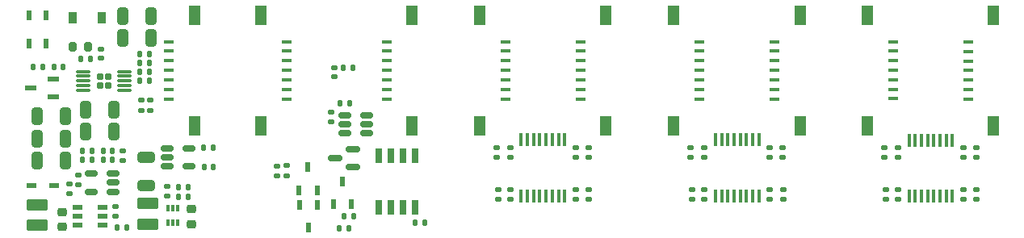
<source format=gbr>
%TF.GenerationSoftware,KiCad,Pcbnew,7.0.5*%
%TF.CreationDate,2024-05-30T09:30:07-05:00*%
%TF.ProjectId,wrist_ems_12_electrodes,77726973-745f-4656-9d73-5f31325f656c,rev?*%
%TF.SameCoordinates,Original*%
%TF.FileFunction,Paste,Top*%
%TF.FilePolarity,Positive*%
%FSLAX46Y46*%
G04 Gerber Fmt 4.6, Leading zero omitted, Abs format (unit mm)*
G04 Created by KiCad (PCBNEW 7.0.5) date 2024-05-30 09:30:07*
%MOMM*%
%LPD*%
G01*
G04 APERTURE LIST*
G04 Aperture macros list*
%AMRoundRect*
0 Rectangle with rounded corners*
0 $1 Rounding radius*
0 $2 $3 $4 $5 $6 $7 $8 $9 X,Y pos of 4 corners*
0 Add a 4 corners polygon primitive as box body*
4,1,4,$2,$3,$4,$5,$6,$7,$8,$9,$2,$3,0*
0 Add four circle primitives for the rounded corners*
1,1,$1+$1,$2,$3*
1,1,$1+$1,$4,$5*
1,1,$1+$1,$6,$7*
1,1,$1+$1,$8,$9*
0 Add four rect primitives between the rounded corners*
20,1,$1+$1,$2,$3,$4,$5,0*
20,1,$1+$1,$4,$5,$6,$7,0*
20,1,$1+$1,$6,$7,$8,$9,0*
20,1,$1+$1,$8,$9,$2,$3,0*%
G04 Aperture macros list end*
%ADD10RoundRect,0.135000X0.135000X0.185000X-0.135000X0.185000X-0.135000X-0.185000X0.135000X-0.185000X0*%
%ADD11R,1.100000X0.550000*%
%ADD12R,1.000000X0.500000*%
%ADD13RoundRect,0.135000X-0.135000X-0.185000X0.135000X-0.185000X0.135000X0.185000X-0.135000X0.185000X0*%
%ADD14RoundRect,0.135000X-0.185000X0.135000X-0.185000X-0.135000X0.185000X-0.135000X0.185000X0.135000X0*%
%ADD15R,0.600000X1.000000*%
%ADD16R,0.340000X0.700000*%
%ADD17RoundRect,0.150000X-0.512500X-0.150000X0.512500X-0.150000X0.512500X0.150000X-0.512500X0.150000X0*%
%ADD18RoundRect,0.250000X-0.325000X-0.650000X0.325000X-0.650000X0.325000X0.650000X-0.325000X0.650000X0*%
%ADD19RoundRect,0.135000X0.185000X-0.135000X0.185000X0.135000X-0.185000X0.135000X-0.185000X-0.135000X0*%
%ADD20R,1.000000X0.400000*%
%ADD21R,1.300000X2.000000*%
%ADD22RoundRect,0.170000X0.170000X0.210000X-0.170000X0.210000X-0.170000X-0.210000X0.170000X-0.210000X0*%
%ADD23RoundRect,0.075000X0.650000X0.075000X-0.650000X0.075000X-0.650000X-0.075000X0.650000X-0.075000X0*%
%ADD24RoundRect,0.150000X0.512500X0.150000X-0.512500X0.150000X-0.512500X-0.150000X0.512500X-0.150000X0*%
%ADD25RoundRect,0.250000X0.325000X0.650000X-0.325000X0.650000X-0.325000X-0.650000X0.325000X-0.650000X0*%
%ADD26RoundRect,0.200000X0.200000X0.275000X-0.200000X0.275000X-0.200000X-0.275000X0.200000X-0.275000X0*%
%ADD27R,0.550000X1.000000*%
%ADD28R,0.850000X1.200000*%
%ADD29RoundRect,0.250000X0.650000X-0.325000X0.650000X0.325000X-0.650000X0.325000X-0.650000X-0.325000X0*%
%ADD30R,0.650000X1.526000*%
%ADD31RoundRect,0.140000X-0.140000X-0.170000X0.140000X-0.170000X0.140000X0.170000X-0.140000X0.170000X0*%
%ADD32RoundRect,0.140000X0.170000X-0.140000X0.170000X0.140000X-0.170000X0.140000X-0.170000X-0.140000X0*%
%ADD33R,0.450000X1.475000*%
%ADD34RoundRect,0.140000X0.140000X0.170000X-0.140000X0.170000X-0.140000X-0.170000X0.140000X-0.170000X0*%
%ADD35RoundRect,0.225000X0.250000X-0.225000X0.250000X0.225000X-0.250000X0.225000X-0.250000X-0.225000X0*%
%ADD36RoundRect,0.250000X0.850000X-0.375000X0.850000X0.375000X-0.850000X0.375000X-0.850000X-0.375000X0*%
%ADD37RoundRect,0.150000X0.587500X0.150000X-0.587500X0.150000X-0.587500X-0.150000X0.587500X-0.150000X0*%
%ADD38R,1.300000X0.600000*%
%ADD39RoundRect,0.225000X-0.250000X0.225000X-0.250000X-0.225000X0.250000X-0.225000X0.250000X0.225000X0*%
G04 APERTURE END LIST*
D10*
%TO.C,R42*%
X113616200Y-100101400D03*
X112596200Y-100101400D03*
%TD*%
D11*
%TO.C,Q6*%
X87812400Y-99781400D03*
X87812400Y-98831400D03*
X87812400Y-97881400D03*
X85212400Y-97881400D03*
X85212400Y-98831400D03*
X85212400Y-99781400D03*
%TD*%
D12*
%TO.C,D2*%
X82750000Y-95600000D03*
X80350000Y-95600000D03*
%TD*%
D13*
%TO.C,R46*%
X89329800Y-100025200D03*
X90349800Y-100025200D03*
%TD*%
D14*
%TO.C,R31*%
X89962500Y-91940000D03*
X89962500Y-92960000D03*
%TD*%
%TO.C,R21*%
X169758800Y-91635200D03*
X169758800Y-92655200D03*
%TD*%
D15*
%TO.C,Q5*%
X112034400Y-97586800D03*
X113944400Y-97586800D03*
X112989400Y-95186800D03*
%TD*%
D14*
%TO.C,R26*%
X178064600Y-91621900D03*
X178064600Y-92641900D03*
%TD*%
D10*
%TO.C,R39*%
X114048000Y-83261200D03*
X113028000Y-83261200D03*
%TD*%
D16*
%TO.C,U8*%
X94711300Y-99454400D03*
X95211300Y-99454400D03*
X95711300Y-99454400D03*
X95711300Y-97954400D03*
X95211300Y-97954400D03*
X94711300Y-97954400D03*
%TD*%
D17*
%TO.C,U1*%
X94590700Y-91683100D03*
X94590700Y-92633100D03*
X94590700Y-93583100D03*
X96865700Y-93583100D03*
X96865700Y-91683100D03*
%TD*%
D18*
%TO.C,C12*%
X89975000Y-77800000D03*
X92925000Y-77800000D03*
%TD*%
D19*
%TO.C,R2*%
X91871800Y-87682800D03*
X91871800Y-86662800D03*
%TD*%
D14*
%TO.C,R44*%
X106146600Y-93546200D03*
X106146600Y-94566200D03*
%TD*%
%TO.C,R23*%
X169936600Y-96029400D03*
X169936600Y-97049400D03*
%TD*%
D20*
%TO.C,J6*%
X150401000Y-80498600D03*
X150401000Y-81498600D03*
X150401000Y-82498600D03*
X150401000Y-83498600D03*
X150401000Y-84498600D03*
X150401000Y-85498600D03*
X150401000Y-86498600D03*
D21*
X147701000Y-77698600D03*
X147701000Y-89298600D03*
%TD*%
D22*
%TO.C,U6*%
X88393800Y-85090000D03*
X88393800Y-84150000D03*
X87553800Y-85090000D03*
X87553800Y-84150000D03*
D23*
X90123800Y-85620000D03*
X90123800Y-85120000D03*
X90123800Y-84620000D03*
X90123800Y-84120000D03*
X90123800Y-83620000D03*
X85823800Y-83620000D03*
X85823800Y-84120000D03*
X85823800Y-84620000D03*
X85823800Y-85120000D03*
X85823800Y-85620000D03*
%TD*%
D24*
%TO.C,U9*%
X88950000Y-96237500D03*
X88950000Y-95287500D03*
X88950000Y-94337500D03*
X86675000Y-94337500D03*
X86675000Y-96237500D03*
%TD*%
D13*
%TO.C,R41*%
X120610000Y-99500000D03*
X121630000Y-99500000D03*
%TD*%
D20*
%TO.C,J4*%
X117594400Y-86498600D03*
X117594400Y-85498600D03*
X117594400Y-84498600D03*
X117594400Y-83498600D03*
X117594400Y-82498600D03*
X117594400Y-81498600D03*
X117594400Y-80498600D03*
D21*
X120294400Y-89298600D03*
X120294400Y-77698600D03*
%TD*%
D20*
%TO.C,J13*%
X178554400Y-86524000D03*
X178554400Y-85524000D03*
X178554400Y-84524000D03*
X178554400Y-83524000D03*
X178554400Y-82524000D03*
X178554400Y-81524000D03*
X178554400Y-80524000D03*
D21*
X181254400Y-89324000D03*
X181254400Y-77724000D03*
%TD*%
D25*
%TO.C,C4*%
X83912500Y-90650000D03*
X80962500Y-90650000D03*
%TD*%
D13*
%TO.C,R29*%
X85681200Y-92881800D03*
X86701200Y-92881800D03*
%TD*%
D10*
%TO.C,R28*%
X92724100Y-83693000D03*
X91704100Y-83693000D03*
%TD*%
D14*
%TO.C,R17*%
X157795400Y-96004000D03*
X157795400Y-97024000D03*
%TD*%
D26*
%TO.C,R33*%
X86321400Y-81051400D03*
X84671400Y-81051400D03*
%TD*%
D27*
%TO.C,T1*%
X80111600Y-77724000D03*
X81881600Y-77724000D03*
X81881600Y-80724000D03*
X80111600Y-80724000D03*
%TD*%
D14*
%TO.C,R24*%
X179461600Y-96029400D03*
X179461600Y-97049400D03*
%TD*%
%TO.C,R7*%
X129286000Y-96010000D03*
X129286000Y-97030000D03*
%TD*%
%TO.C,R13*%
X149464200Y-91609800D03*
X149464200Y-92629800D03*
%TD*%
D28*
%TO.C,D1*%
X87725000Y-78000000D03*
X84675000Y-78000000D03*
%TD*%
D29*
%TO.C,C18*%
X92379800Y-95582000D03*
X92379800Y-92632000D03*
%TD*%
D20*
%TO.C,J11*%
X137914400Y-86498600D03*
X137914400Y-85498600D03*
X137914400Y-84498600D03*
X137914400Y-83498600D03*
X137914400Y-82498600D03*
X137914400Y-81498600D03*
X137914400Y-80498600D03*
D21*
X140614400Y-89298600D03*
X140614400Y-77698600D03*
%TD*%
D10*
%TO.C,R40*%
X114175000Y-98856800D03*
X113155000Y-98856800D03*
%TD*%
D19*
%TO.C,R51*%
X94576300Y-96674400D03*
X94576300Y-95654400D03*
%TD*%
D13*
%TO.C,R50*%
X95742700Y-96799400D03*
X96762700Y-96799400D03*
%TD*%
D18*
%TO.C,C3*%
X86069000Y-89966800D03*
X89019000Y-89966800D03*
%TD*%
D25*
%TO.C,C2*%
X83925000Y-88312500D03*
X80975000Y-88312500D03*
%TD*%
D14*
%TO.C,R20*%
X171232000Y-91621900D03*
X171232000Y-92641900D03*
%TD*%
D30*
%TO.C,IC25*%
X120600000Y-92490000D03*
X119330000Y-92490000D03*
X118060000Y-92490000D03*
X116790000Y-92490000D03*
X116790000Y-97914000D03*
X118060000Y-97914000D03*
X119330000Y-97914000D03*
X120600000Y-97914000D03*
%TD*%
D31*
%TO.C,C10*%
X82727200Y-83140000D03*
X83687200Y-83140000D03*
%TD*%
D32*
%TO.C,C13*%
X112090200Y-84198400D03*
X112090200Y-83238400D03*
%TD*%
D33*
%TO.C,U5*%
X172372300Y-96708800D03*
X173022300Y-96708800D03*
X173672300Y-96708800D03*
X174322300Y-96708800D03*
X174972300Y-96708800D03*
X175622300Y-96708800D03*
X176272300Y-96708800D03*
X176922300Y-96708800D03*
X176922300Y-90832800D03*
X176272300Y-90832800D03*
X175622300Y-90832800D03*
X174972300Y-90832800D03*
X174322300Y-90832800D03*
X173672300Y-90832800D03*
X173022300Y-90832800D03*
X172372300Y-90832800D03*
%TD*%
D14*
%TO.C,R4*%
X130581400Y-91602500D03*
X130581400Y-92622500D03*
%TD*%
D20*
%TO.C,J3*%
X107160000Y-80500000D03*
X107160000Y-81500000D03*
X107160000Y-82500000D03*
X107160000Y-83500000D03*
X107160000Y-84500000D03*
X107160000Y-85500000D03*
X107160000Y-86500000D03*
D21*
X104460000Y-77700000D03*
X104460000Y-89300000D03*
%TD*%
D15*
%TO.C,Q4*%
X110352800Y-97606000D03*
X108442800Y-97606000D03*
X109397800Y-100006000D03*
%TD*%
D14*
%TO.C,R8*%
X138811000Y-96010000D03*
X138811000Y-97030000D03*
%TD*%
D33*
%TO.C,U4*%
X152077700Y-96683400D03*
X152727700Y-96683400D03*
X153377700Y-96683400D03*
X154027700Y-96683400D03*
X154677700Y-96683400D03*
X155327700Y-96683400D03*
X155977700Y-96683400D03*
X156627700Y-96683400D03*
X156627700Y-90807400D03*
X155977700Y-90807400D03*
X155327700Y-90807400D03*
X154677700Y-90807400D03*
X154027700Y-90807400D03*
X153377700Y-90807400D03*
X152727700Y-90807400D03*
X152077700Y-90807400D03*
%TD*%
D10*
%TO.C,R30*%
X86701200Y-91916600D03*
X85681200Y-91916600D03*
%TD*%
D14*
%TO.C,R27*%
X179436200Y-91609800D03*
X179436200Y-92629800D03*
%TD*%
D34*
%TO.C,C6*%
X88867700Y-92881800D03*
X87907700Y-92881800D03*
%TD*%
D14*
%TO.C,R14*%
X150937400Y-96004000D03*
X150937400Y-97024000D03*
%TD*%
D13*
%TO.C,R32*%
X85519800Y-82296000D03*
X86539800Y-82296000D03*
%TD*%
D19*
%TO.C,R43*%
X107111800Y-94540800D03*
X107111800Y-93520800D03*
%TD*%
D35*
%TO.C,C14*%
X97167100Y-99631800D03*
X97167100Y-98081800D03*
%TD*%
D36*
%TO.C,L1*%
X80949800Y-99775000D03*
X80949800Y-97625000D03*
%TD*%
D20*
%TO.C,J7*%
X170695600Y-80492600D03*
X170695600Y-81492600D03*
X170695600Y-82492600D03*
X170695600Y-83492600D03*
X170695600Y-84492600D03*
X170695600Y-85492600D03*
X170695600Y-86492600D03*
D21*
X167995600Y-77692600D03*
X167995600Y-89292600D03*
%TD*%
D14*
%TO.C,R25*%
X178090000Y-96029400D03*
X178090000Y-97049400D03*
%TD*%
%TO.C,R12*%
X150937400Y-91596500D03*
X150937400Y-92616500D03*
%TD*%
D13*
%TO.C,R35*%
X91704100Y-81762600D03*
X92724100Y-81762600D03*
%TD*%
%TO.C,R34*%
X80512800Y-83140000D03*
X81532800Y-83140000D03*
%TD*%
D20*
%TO.C,J2*%
X94750000Y-86500000D03*
X94750000Y-85500000D03*
X94750000Y-84500000D03*
X94750000Y-83500000D03*
X94750000Y-82500000D03*
X94750000Y-81500000D03*
X94750000Y-80500000D03*
D21*
X97450000Y-89300000D03*
X97450000Y-77700000D03*
%TD*%
D37*
%TO.C,Q3*%
X114069100Y-93660000D03*
X114069100Y-91760000D03*
X112194100Y-92710000D03*
%TD*%
D34*
%TO.C,C1*%
X99413000Y-93624400D03*
X98453000Y-93624400D03*
%TD*%
D15*
%TO.C,Q2*%
X108417400Y-96069000D03*
X110327400Y-96069000D03*
X109372400Y-93669000D03*
%TD*%
D10*
%TO.C,R37*%
X113747500Y-86962500D03*
X112727500Y-86962500D03*
%TD*%
%TO.C,R36*%
X92724100Y-82727800D03*
X91704100Y-82727800D03*
%TD*%
D25*
%TO.C,C17*%
X83912500Y-92990000D03*
X80962500Y-92990000D03*
%TD*%
D20*
%TO.C,J12*%
X158259800Y-86498600D03*
X158259800Y-85498600D03*
X158259800Y-84498600D03*
X158259800Y-83498600D03*
X158259800Y-82498600D03*
X158259800Y-81498600D03*
X158259800Y-80498600D03*
D21*
X160959800Y-89298600D03*
X160959800Y-77698600D03*
%TD*%
D14*
%TO.C,R9*%
X137439400Y-96010000D03*
X137439400Y-97030000D03*
%TD*%
%TO.C,R16*%
X159167000Y-96004000D03*
X159167000Y-97024000D03*
%TD*%
%TO.C,R11*%
X138785600Y-91590400D03*
X138785600Y-92610400D03*
%TD*%
D20*
%TO.C,J5*%
X130043600Y-80500000D03*
X130043600Y-81500000D03*
X130043600Y-82500000D03*
X130043600Y-83500000D03*
X130043600Y-84500000D03*
X130043600Y-85500000D03*
X130043600Y-86500000D03*
D21*
X127343600Y-77700000D03*
X127343600Y-89300000D03*
%TD*%
D14*
%TO.C,R48*%
X84350000Y-95392500D03*
X84350000Y-96412500D03*
%TD*%
D18*
%TO.C,C8*%
X86078800Y-87655400D03*
X89028800Y-87655400D03*
%TD*%
D32*
%TO.C,C9*%
X87655400Y-82217200D03*
X87655400Y-81257200D03*
%TD*%
D14*
%TO.C,R6*%
X130581400Y-96010000D03*
X130581400Y-97030000D03*
%TD*%
D19*
%TO.C,R1*%
X92862400Y-87682800D03*
X92862400Y-86662800D03*
%TD*%
D14*
%TO.C,R18*%
X157770000Y-91596500D03*
X157770000Y-92616500D03*
%TD*%
D31*
%TO.C,C5*%
X91747400Y-84632800D03*
X92707400Y-84632800D03*
%TD*%
D14*
%TO.C,R19*%
X159141600Y-91584400D03*
X159141600Y-92604400D03*
%TD*%
D36*
%TO.C,L2*%
X92583000Y-99627000D03*
X92583000Y-97477000D03*
%TD*%
D13*
%TO.C,R49*%
X95742700Y-95783400D03*
X96762700Y-95783400D03*
%TD*%
D14*
%TO.C,R10*%
X137414000Y-91602500D03*
X137414000Y-92622500D03*
%TD*%
%TO.C,R15*%
X149642000Y-96004000D03*
X149642000Y-97024000D03*
%TD*%
%TO.C,R5*%
X129108200Y-91615800D03*
X129108200Y-92635800D03*
%TD*%
D24*
%TO.C,U7*%
X115488300Y-90104000D03*
X115488300Y-89154000D03*
X115488300Y-88204000D03*
X113213300Y-88204000D03*
X113213300Y-89154000D03*
X113213300Y-90104000D03*
%TD*%
D18*
%TO.C,C11*%
X89975000Y-80112500D03*
X92925000Y-80112500D03*
%TD*%
D34*
%TO.C,C7*%
X88867700Y-91916600D03*
X87907700Y-91916600D03*
%TD*%
D14*
%TO.C,R22*%
X171232000Y-96029400D03*
X171232000Y-97049400D03*
%TD*%
D33*
%TO.C,U3*%
X131721700Y-96689400D03*
X132371700Y-96689400D03*
X133021700Y-96689400D03*
X133671700Y-96689400D03*
X134321700Y-96689400D03*
X134971700Y-96689400D03*
X135621700Y-96689400D03*
X136271700Y-96689400D03*
X136271700Y-90813400D03*
X135621700Y-90813400D03*
X134971700Y-90813400D03*
X134321700Y-90813400D03*
X133671700Y-90813400D03*
X133021700Y-90813400D03*
X132371700Y-90813400D03*
X131721700Y-90813400D03*
%TD*%
D32*
%TO.C,C16*%
X85290000Y-95492500D03*
X85290000Y-94532500D03*
%TD*%
D38*
%TO.C,Q1*%
X82680000Y-86310000D03*
X82680000Y-84410000D03*
X80280000Y-85360000D03*
%TD*%
D19*
%TO.C,R45*%
X89179400Y-98808000D03*
X89179400Y-97788000D03*
%TD*%
D39*
%TO.C,C15*%
X83591400Y-98386600D03*
X83591400Y-99936600D03*
%TD*%
D19*
%TO.C,R38*%
X111787500Y-88910000D03*
X111787500Y-87890000D03*
%TD*%
D13*
%TO.C,R3*%
X98444000Y-91643200D03*
X99464000Y-91643200D03*
%TD*%
M02*

</source>
